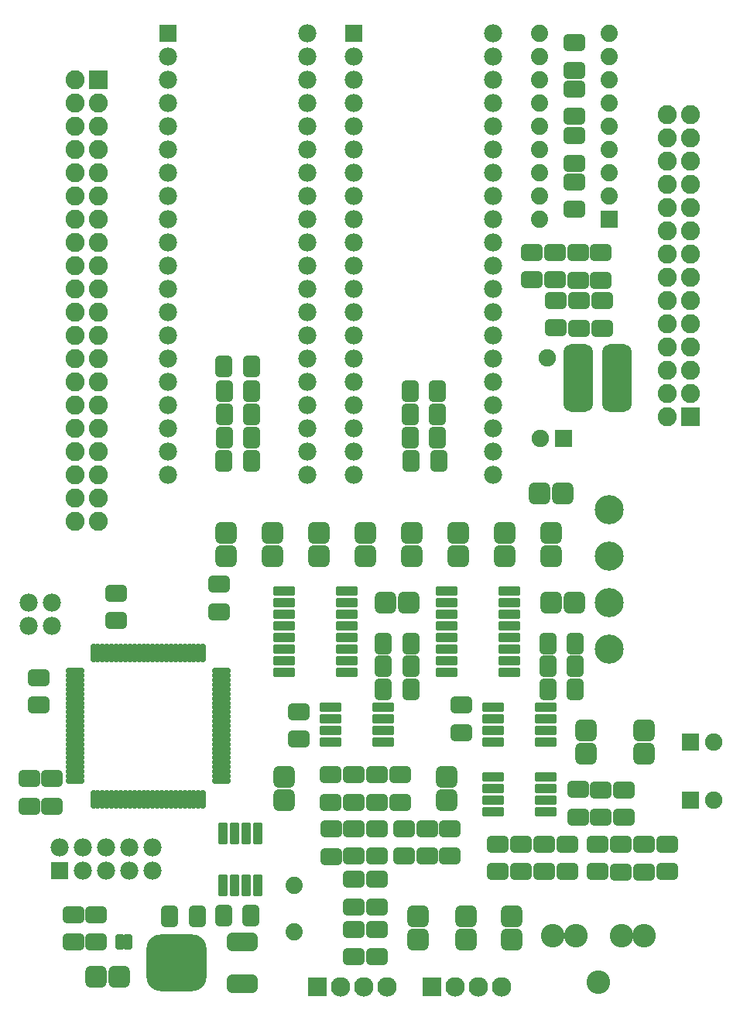
<source format=gts>
G04*
G04  File:            TURBOFMPRO.GTS, Sat May 04 09:19:13 2019*
G04  Source:          P-CAD 2006 PCB, Version 19.02.958, (Z:\home\lvd\d\turbofmpro\pcad\TurboFMpro.pcb)*
G04  Format:          Gerber Format (RS-274-D), ASCII*
G04*
G04  Format Options:  Absolute Positioning*
G04                   Leading-Zero Suppression*
G04                   Scale Factor 1:1*
G04                   NO Circular Interpolation*
G04                   Millimeter Units*
G04                   Numeric Format: 4.4 (XXXX.XXXX)*
G04                   G54 NOT Used for Aperture Change*
G04                   Apertures Embedded*
G04*
G04  File Options:    Offset = (0.000mm,0.000mm)*
G04                   Drill Symbol Size = 2.032mm*
G04                   No Pad/Via Holes*
G04*
G04  File Contents:   Pads*
G04                   No Vias*
G04                   No Designators*
G04                   No Types*
G04                   No Values*
G04                   No Drill Symbols*
G04                   Top Mask*
G04*
%INTURBOFMPRO.GTS*%
%ICAS*%
%MOMM*%
G04*
G04  Aperture MACROs for general use --- invoked via D-code assignment *
G04*
G04  General MACRO for flashed round with rotation and/or offset hole *
%AMROTOFFROUND*
1,1,$1,0.0000,0.0000*
1,0,$2,$3,$4*%
G04*
G04  General MACRO for flashed oval (obround) with rotation and/or offset hole *
%AMROTOFFOVAL*
21,1,$1,$2,0.0000,0.0000,$3*
1,1,$4,$5,$6*
1,1,$4,0-$5,0-$6*
1,0,$7,$8,$9*%
G04*
G04  General MACRO for flashed oval (obround) with rotation and no hole *
%AMROTOVALNOHOLE*
21,1,$1,$2,0.0000,0.0000,$3*
1,1,$4,$5,$6*
1,1,$4,0-$5,0-$6*%
G04*
G04  General MACRO for flashed rectangle with rotation and/or offset hole *
%AMROTOFFRECT*
21,1,$1,$2,0.0000,0.0000,$3*
1,0,$4,$5,$6*%
G04*
G04  General MACRO for flashed rectangle with rotation and no hole *
%AMROTRECTNOHOLE*
21,1,$1,$2,0.0000,0.0000,$3*%
G04*
G04  General MACRO for flashed rounded-rectangle *
%AMROUNDRECT*
21,1,$1,$2-$4,0.0000,0.0000,$3*
21,1,$1-$4,$2,0.0000,0.0000,$3*
1,1,$4,$5,$6*
1,1,$4,$7,$8*
1,1,$4,0-$5,0-$6*
1,1,$4,0-$7,0-$8*
1,0,$9,$10,$11*%
G04*
G04  General MACRO for flashed rounded-rectangle with rotation and no hole *
%AMROUNDRECTNOHOLE*
21,1,$1,$2-$4,0.0000,0.0000,$3*
21,1,$1-$4,$2,0.0000,0.0000,$3*
1,1,$4,$5,$6*
1,1,$4,$7,$8*
1,1,$4,0-$5,0-$6*
1,1,$4,0-$7,0-$8*%
G04*
G04  General MACRO for flashed regular polygon *
%AMREGPOLY*
5,1,$1,0.0000,0.0000,$2,$3+$4*
1,0,$5,$6,$7*%
G04*
G04  General MACRO for flashed regular polygon with no hole *
%AMREGPOLYNOHOLE*
5,1,$1,0.0000,0.0000,$2,$3+$4*%
G04*
G04  General MACRO for target *
%AMTARGET*
6,0,0,$1,$2,$3,4,$4,$5,$6*%
G04*
G04  General MACRO for mounting hole *
%AMMTHOLE*
1,1,$1,0,0*
1,0,$2,0,0*
$1=$1-$2*
$1=$1/2*
21,1,$2+$1,$3,0,0,$4*
21,1,$3,$2+$1,0,0,$4*%
G04*
G04*
G04  D10 : "Ellipse X0.254mm Y0.254mm H0.000mm 0.0deg (0.000mm,0.000mm) Draw"*
G04  Disc: OuterDia=0.2540*
%ADD10C, 0.2540*%
G04  D11 : "Ellipse X0.381mm Y0.381mm H0.000mm 0.0deg (0.000mm,0.000mm) Draw"*
G04  Disc: OuterDia=0.3810*
%ADD11C, 0.3810*%
G04  D12 : "Ellipse X0.500mm Y0.500mm H0.000mm 0.0deg (0.000mm,0.000mm) Draw"*
G04  Disc: OuterDia=0.5000*
%ADD12C, 0.5000*%
G04  D13 : "Ellipse X0.100mm Y0.100mm H0.000mm 0.0deg (0.000mm,0.000mm) Draw"*
G04  Disc: OuterDia=0.1000*
%ADD13C, 0.1000*%
G04  D14 : "Ellipse X1.000mm Y1.000mm H0.000mm 0.0deg (0.000mm,0.000mm) Draw"*
G04  Disc: OuterDia=1.0000*
%ADD14C, 1.0000*%
G04  D15 : "Ellipse X0.127mm Y0.127mm H0.000mm 0.0deg (0.000mm,0.000mm) Draw"*
G04  Disc: OuterDia=0.1270*
%ADD15C, 0.1270*%
G04  D16 : "Ellipse X0.150mm Y0.150mm H0.000mm 0.0deg (0.000mm,0.000mm) Draw"*
G04  Disc: OuterDia=0.1500*
%ADD16C, 0.1500*%
G04  D17 : "Ellipse X0.200mm Y0.200mm H0.000mm 0.0deg (0.000mm,0.000mm) Draw"*
G04  Disc: OuterDia=0.2000*
%ADD17C, 0.2000*%
G04  D18 : "Ellipse X0.250mm Y0.250mm H0.000mm 0.0deg (0.000mm,0.000mm) Draw"*
G04  Disc: OuterDia=0.2500*
%ADD18C, 0.2500*%
G04  D19 : "Ellipse X2.581mm Y2.581mm H0.000mm 0.0deg (0.000mm,0.000mm) Flash"*
G04  Disc: OuterDia=2.5810*
%ADD19C, 2.5810*%
G04  D20 : "Ellipse X2.800mm Y2.800mm H0.000mm 0.0deg (0.000mm,0.000mm) Flash"*
G04  Disc: OuterDia=2.8000*
%ADD20C, 2.8000*%
G04  D21 : "Ellipse X3.181mm Y3.181mm H0.000mm 0.0deg (0.000mm,0.000mm) Flash"*
G04  Disc: OuterDia=3.1810*
%ADD21C, 3.1810*%
G04  D22 : "Ellipse X1.500mm Y1.500mm H0.000mm 0.0deg (0.000mm,0.000mm) Flash"*
G04  Disc: OuterDia=1.5000*
%ADD22C, 1.5000*%
G04  D23 : "Ellipse X1.524mm Y1.524mm H0.000mm 0.0deg (0.000mm,0.000mm) Flash"*
G04  Disc: OuterDia=1.5240*
%ADD23C, 1.5240*%
G04  D24 : "Ellipse X1.600mm Y1.600mm H0.000mm 0.0deg (0.000mm,0.000mm) Flash"*
G04  Disc: OuterDia=1.6000*
%ADD24C, 1.6000*%
G04  D25 : "Ellipse X1.700mm Y1.700mm H0.000mm 0.0deg (0.000mm,0.000mm) Flash"*
G04  Disc: OuterDia=1.7000*
%ADD25C, 1.7000*%
G04  D26 : "Ellipse X1.750mm Y1.750mm H0.000mm 0.0deg (0.000mm,0.000mm) Flash"*
G04  Disc: OuterDia=1.7500*
%ADD26C, 1.7500*%
G04  D27 : "Ellipse X1.881mm Y1.881mm H0.000mm 0.0deg (0.000mm,0.000mm) Flash"*
G04  Disc: OuterDia=1.8810*
%ADD27C, 1.8810*%
G04  D28 : "Ellipse X1.905mm Y1.905mm H0.000mm 0.0deg (0.000mm,0.000mm) Flash"*
G04  Disc: OuterDia=1.9050*
%ADD28C, 1.9050*%
G04  D29 : "Ellipse X1.981mm Y1.981mm H0.000mm 0.0deg (0.000mm,0.000mm) Flash"*
G04  Disc: OuterDia=1.9810*
%ADD29C, 1.9810*%
G04  D30 : "Ellipse X2.081mm Y2.081mm H0.000mm 0.0deg (0.000mm,0.000mm) Flash"*
G04  Disc: OuterDia=2.0810*
%ADD30C, 2.0810*%
G04  D31 : "Ellipse X2.131mm Y2.131mm H0.000mm 0.0deg (0.000mm,0.000mm) Flash"*
G04  Disc: OuterDia=2.1310*
%ADD31C, 2.1310*%
G04  D32 : "Ellipse X2.200mm Y2.200mm H0.000mm 0.0deg (0.000mm,0.000mm) Flash"*
G04  Disc: OuterDia=2.2000*
%ADD32C, 2.2000*%
G04  D33 : "Rounded Rectangle X2.800mm Y7.000mm H0.000mm 0.0deg (0.000mm,0.000mm) Flash"*
G04  RoundRct: DimX=2.8000, DimY=7.0000, CornerRad=0.7000, Rotation=0.0, OffsetX=0.0000, OffsetY=0.0000, HoleDia=0.0000 *
%ADD33ROUNDRECTNOHOLE, 2.8000 X7.0000 X0.0 X1.4000 X-0.7000 X-2.8000 X-0.7000 X2.8000*%
G04  D34 : "Rounded Rectangle X3.000mm Y1.600mm H0.000mm 0.0deg (0.000mm,0.000mm) Flash"*
G04  RoundRct: DimX=3.0000, DimY=1.6000, CornerRad=0.4000, Rotation=0.0, OffsetX=0.0000, OffsetY=0.0000, HoleDia=0.0000 *
%ADD34ROUNDRECTNOHOLE, 3.0000 X1.6000 X0.0 X0.8000 X-1.1000 X-0.4000 X-1.1000 X0.4000*%
G04  D35 : "Rounded Rectangle X3.181mm Y7.381mm H0.000mm 0.0deg (0.000mm,0.000mm) Flash"*
G04  RoundRct: DimX=3.1810, DimY=7.3810, CornerRad=0.7953, Rotation=0.0, OffsetX=0.0000, OffsetY=0.0000, HoleDia=0.0000 *
%ADD35ROUNDRECTNOHOLE, 3.1810 X7.3810 X0.0 X1.5905 X-0.7953 X-2.8952 X-0.7953 X2.8952*%
G04  D36 : "Rounded Rectangle X3.381mm Y1.981mm H0.000mm 0.0deg (0.000mm,0.000mm) Flash"*
G04  RoundRct: DimX=3.3810, DimY=1.9810, CornerRad=0.4953, Rotation=0.0, OffsetX=0.0000, OffsetY=0.0000, HoleDia=0.0000 *
%ADD36ROUNDRECTNOHOLE, 3.3810 X1.9810 X0.0 X0.9905 X-1.1953 X-0.4953 X-1.1953 X0.4953*%
G04  D37 : "Rounded Rectangle X6.200mm Y5.800mm H0.000mm 0.0deg (0.000mm,0.000mm) Flash"*
G04  RoundRct: DimX=6.2000, DimY=5.8000, CornerRad=1.4500, Rotation=0.0, OffsetX=0.0000, OffsetY=0.0000, HoleDia=0.0000 *
%ADD37ROUNDRECTNOHOLE, 6.2000 X5.8000 X0.0 X2.9000 X-1.6500 X-1.4500 X-1.6500 X1.4500*%
G04  D38 : "Rounded Rectangle X6.581mm Y6.181mm H0.000mm 0.0deg (0.000mm,0.000mm) Flash"*
G04  RoundRct: DimX=6.5810, DimY=6.1810, CornerRad=1.5453, Rotation=0.0, OffsetX=0.0000, OffsetY=0.0000, HoleDia=0.0000 *
%ADD38ROUNDRECTNOHOLE, 6.5810 X6.1810 X0.0 X3.0905 X-1.7453 X-1.5453 X-1.7453 X1.5453*%
G04  D39 : "Rounded Rectangle X0.635mm Y1.270mm H0.000mm 0.0deg (0.000mm,0.000mm) Flash"*
G04  RoundRct: DimX=0.6350, DimY=1.2700, CornerRad=0.1588, Rotation=0.0, OffsetX=0.0000, OffsetY=0.0000, HoleDia=0.0000 *
%ADD39ROUNDRECTNOHOLE, 0.6350 X1.2700 X0.0 X0.3175 X-0.1588 X-0.4763 X-0.1588 X0.4763*%
G04  D40 : "Rounded Rectangle X1.500mm Y2.000mm H0.000mm 0.0deg (0.000mm,0.000mm) Flash"*
G04  RoundRct: DimX=1.5000, DimY=2.0000, CornerRad=0.3750, Rotation=0.0, OffsetX=0.0000, OffsetY=0.0000, HoleDia=0.0000 *
%ADD40ROUNDRECTNOHOLE, 1.5000 X2.0000 X0.0 X0.7500 X-0.3750 X-0.6250 X-0.3750 X0.6250*%
G04  D41 : "Rounded Rectangle X2.000mm Y1.500mm H0.000mm 0.0deg (0.000mm,0.000mm) Flash"*
G04  RoundRct: DimX=2.0000, DimY=1.5000, CornerRad=0.3750, Rotation=0.0, OffsetX=0.0000, OffsetY=0.0000, HoleDia=0.0000 *
%ADD41ROUNDRECTNOHOLE, 2.0000 X1.5000 X0.0 X0.7500 X-0.6250 X-0.3750 X-0.6250 X0.3750*%
G04  D42 : "Rounded Rectangle X1.600mm Y0.300mm H0.000mm 0.0deg (0.000mm,0.000mm) Flash"*
G04  RoundRct: DimX=1.6000, DimY=0.3000, CornerRad=0.0750, Rotation=0.0, OffsetX=0.0000, OffsetY=0.0000, HoleDia=0.0000 *
%ADD42ROUNDRECTNOHOLE, 1.6000 X0.3000 X0.0 X0.1500 X-0.7250 X-0.0750 X-0.7250 X0.0750*%
G04  D43 : "Rounded Rectangle X0.300mm Y1.600mm H0.000mm 0.0deg (0.000mm,0.000mm) Flash"*
G04  RoundRct: DimX=0.3000, DimY=1.6000, CornerRad=0.0750, Rotation=0.0, OffsetX=0.0000, OffsetY=0.0000, HoleDia=0.0000 *
%ADD43ROUNDRECTNOHOLE, 0.3000 X1.6000 X0.0 X0.1500 X-0.0750 X-0.7250 X-0.0750 X0.7250*%
G04  D44 : "Rounded Rectangle X1.016mm Y1.651mm H0.000mm 0.0deg (0.000mm,0.000mm) Flash"*
G04  RoundRct: DimX=1.0160, DimY=1.6510, CornerRad=0.2540, Rotation=0.0, OffsetX=0.0000, OffsetY=0.0000, HoleDia=0.0000 *
%ADD44ROUNDRECTNOHOLE, 1.0160 X1.6510 X0.0 X0.5080 X-0.2540 X-0.5715 X-0.2540 X0.5715*%
G04  D45 : "Rounded Rectangle X1.881mm Y2.381mm H0.000mm 0.0deg (0.000mm,0.000mm) Flash"*
G04  RoundRct: DimX=1.8810, DimY=2.3810, CornerRad=0.4703, Rotation=0.0, OffsetX=0.0000, OffsetY=0.0000, HoleDia=0.0000 *
%ADD45ROUNDRECTNOHOLE, 1.8810 X2.3810 X0.0 X0.9405 X-0.4703 X-0.7203 X-0.4703 X0.7203*%
G04  D46 : "Rounded Rectangle X2.381mm Y1.881mm H0.000mm 0.0deg (0.000mm,0.000mm) Flash"*
G04  RoundRct: DimX=2.3810, DimY=1.8810, CornerRad=0.4703, Rotation=0.0, OffsetX=0.0000, OffsetY=0.0000, HoleDia=0.0000 *
%ADD46ROUNDRECTNOHOLE, 2.3810 X1.8810 X0.0 X0.9405 X-0.7203 X-0.4703 X-0.7203 X0.4703*%
G04  D47 : "Rounded Rectangle X1.981mm Y0.681mm H0.000mm 0.0deg (0.000mm,0.000mm) Flash"*
G04  RoundRct: DimX=1.9810, DimY=0.6810, CornerRad=0.1703, Rotation=0.0, OffsetX=0.0000, OffsetY=0.0000, HoleDia=0.0000 *
%ADD47ROUNDRECTNOHOLE, 1.9810 X0.6810 X0.0 X0.3405 X-0.8203 X-0.1703 X-0.8203 X0.1703*%
G04  D48 : "Rounded Rectangle X0.681mm Y1.981mm H0.000mm 0.0deg (0.000mm,0.000mm) Flash"*
G04  RoundRct: DimX=0.6810, DimY=1.9810, CornerRad=0.1703, Rotation=0.0, OffsetX=0.0000, OffsetY=0.0000, HoleDia=0.0000 *
%ADD48ROUNDRECTNOHOLE, 0.6810 X1.9810 X0.0 X0.3405 X-0.1703 X-0.8203 X-0.1703 X0.8203*%
G04  D49 : "Rounded Rectangle X2.000mm Y2.000mm H0.000mm 0.0deg (0.000mm,0.000mm) Flash"*
G04  RoundRct: DimX=2.0000, DimY=2.0000, CornerRad=0.5000, Rotation=0.0, OffsetX=0.0000, OffsetY=0.0000, HoleDia=0.0000 *
%ADD49ROUNDRECTNOHOLE, 2.0000 X2.0000 X0.0 X1.0000 X-0.5000 X-0.5000 X-0.5000 X0.5000*%
G04  D50 : "Rounded Rectangle X2.032mm Y0.660mm H0.000mm 0.0deg (0.000mm,0.000mm) Flash"*
G04  RoundRct: DimX=2.0320, DimY=0.6604, CornerRad=0.1651, Rotation=0.0, OffsetX=0.0000, OffsetY=0.0000, HoleDia=0.0000 *
%ADD50ROUNDRECTNOHOLE, 2.0320 X0.6604 X0.0 X0.3302 X-0.8509 X-0.1651 X-0.8509 X0.1651*%
G04  D51 : "Rounded Rectangle X0.660mm Y2.032mm H0.000mm 0.0deg (0.000mm,0.000mm) Flash"*
G04  RoundRct: DimX=0.6604, DimY=2.0320, CornerRad=0.1651, Rotation=0.0, OffsetX=0.0000, OffsetY=0.0000, HoleDia=0.0000 *
%ADD51ROUNDRECTNOHOLE, 0.6604 X2.0320 X0.0 X0.3302 X-0.1651 X-0.8509 X-0.1651 X0.8509*%
G04  D52 : "Rounded Rectangle X2.381mm Y2.381mm H0.000mm 0.0deg (0.000mm,0.000mm) Flash"*
G04  RoundRct: DimX=2.3810, DimY=2.3810, CornerRad=0.5953, Rotation=0.0, OffsetX=0.0000, OffsetY=0.0000, HoleDia=0.0000 *
%ADD52ROUNDRECTNOHOLE, 2.3810 X2.3810 X0.0 X1.1905 X-0.5953 X-0.5953 X-0.5953 X0.5953*%
G04  D53 : "Rounded Rectangle X2.413mm Y1.041mm H0.000mm 0.0deg (0.000mm,0.000mm) Flash"*
G04  RoundRct: DimX=2.4130, DimY=1.0414, CornerRad=0.2604, Rotation=0.0, OffsetX=0.0000, OffsetY=0.0000, HoleDia=0.0000 *
%ADD53ROUNDRECTNOHOLE, 2.4130 X1.0414 X0.0 X0.5207 X-0.9462 X-0.2604 X-0.9462 X0.2604*%
G04  D54 : "Rounded Rectangle X1.041mm Y2.413mm H0.000mm 0.0deg (0.000mm,0.000mm) Flash"*
G04  RoundRct: DimX=1.0414, DimY=2.4130, CornerRad=0.2604, Rotation=0.0, OffsetX=0.0000, OffsetY=0.0000, HoleDia=0.0000 *
%ADD54ROUNDRECTNOHOLE, 1.0414 X2.4130 X0.0 X0.5207 X-0.2604 X-0.9462 X-0.2604 X0.9462*%
G04  D55 : "Rectangle X1.500mm Y1.500mm H0.000mm 0.0deg (0.000mm,0.000mm) Flash"*
G04  Square: Side=1.5000, Rotation=0.0, OffsetX=0.0000, OffsetY=0.0000, HoleDia=0.0000*
%ADD55R, 1.5000 X1.5000*%
G04  D56 : "Rectangle X1.524mm Y1.524mm H0.000mm 0.0deg (0.000mm,0.000mm) Flash"*
G04  Square: Side=1.5240, Rotation=0.0, OffsetX=0.0000, OffsetY=0.0000, HoleDia=0.0000*
%ADD56R, 1.5240 X1.5240*%
G04  D57 : "Rectangle X1.600mm Y1.600mm H0.000mm 0.0deg (0.000mm,0.000mm) Flash"*
G04  Square: Side=1.6000, Rotation=0.0, OffsetX=0.0000, OffsetY=0.0000, HoleDia=0.0000*
%ADD57R, 1.6000 X1.6000*%
G04  D58 : "Rectangle X1.700mm Y1.700mm H0.000mm 0.0deg (0.000mm,0.000mm) Flash"*
G04  Square: Side=1.7000, Rotation=0.0, OffsetX=0.0000, OffsetY=0.0000, HoleDia=0.0000*
%ADD58R, 1.7000 X1.7000*%
G04  D59 : "Rectangle X1.750mm Y1.750mm H0.000mm 0.0deg (0.000mm,0.000mm) Flash"*
G04  Square: Side=1.7500, Rotation=0.0, OffsetX=0.0000, OffsetY=0.0000, HoleDia=0.0000*
%ADD59R, 1.7500 X1.7500*%
G04  D60 : "Rectangle X1.881mm Y1.881mm H0.000mm 0.0deg (0.000mm,0.000mm) Flash"*
G04  Square: Side=1.8810, Rotation=0.0, OffsetX=0.0000, OffsetY=0.0000, HoleDia=0.0000*
%ADD60R, 1.8810 X1.8810*%
G04  D61 : "Rectangle X1.905mm Y1.905mm H0.000mm 0.0deg (0.000mm,0.000mm) Flash"*
G04  Square: Side=1.9050, Rotation=0.0, OffsetX=0.0000, OffsetY=0.0000, HoleDia=0.0000*
%ADD61R, 1.9050 X1.9050*%
G04  D62 : "Rectangle X1.981mm Y1.981mm H0.000mm 0.0deg (0.000mm,0.000mm) Flash"*
G04  Square: Side=1.9810, Rotation=0.0, OffsetX=0.0000, OffsetY=0.0000, HoleDia=0.0000*
%ADD62R, 1.9810 X1.9810*%
G04  D63 : "Rectangle X2.081mm Y2.081mm H0.000mm 0.0deg (0.000mm,0.000mm) Flash"*
G04  Square: Side=2.0810, Rotation=0.0, OffsetX=0.0000, OffsetY=0.0000, HoleDia=0.0000*
%ADD63R, 2.0810 X2.0810*%
G04  D64 : "Rectangle X2.131mm Y2.131mm H0.000mm 0.0deg (0.000mm,0.000mm) Flash"*
G04  Square: Side=2.1310, Rotation=0.0, OffsetX=0.0000, OffsetY=0.0000, HoleDia=0.0000*
%ADD64R, 2.1310 X2.1310*%
G04  D65 : "Ellipse X2.900mm Y2.900mm H0.000mm 0.0deg (0.000mm,0.000mm) Flash"*
G04  Disc: OuterDia=2.9000*
%ADD65C, 2.9000*%
G04  D66 : "Ellipse X3.281mm Y3.281mm H0.000mm 0.0deg (0.000mm,0.000mm) Flash"*
G04  Disc: OuterDia=3.2810*
%ADD66C, 3.2810*%
G04  D67 : "Ellipse X4.500mm Y4.500mm H0.000mm 0.0deg (0.000mm,0.000mm) Flash"*
G04  Disc: OuterDia=4.5000*
%ADD67C, 4.5000*%
G04  D68 : "Ellipse X4.881mm Y4.881mm H0.000mm 0.0deg (0.000mm,0.000mm) Flash"*
G04  Disc: OuterDia=4.8810*
%ADD68C, 4.8810*%
G04  D69 : "Ellipse X1.016mm Y1.016mm H0.000mm 0.0deg (0.000mm,0.000mm) Flash"*
G04  Disc: OuterDia=1.0160*
%ADD69C, 1.0160*%
G04  D70 : "Ellipse X1.397mm Y1.397mm H0.000mm 0.0deg (0.000mm,0.000mm) Flash"*
G04  Disc: OuterDia=1.3970*
%ADD70C, 1.3970*%
G04*
%FSLAX44Y44*%
%SFA1B1*%
%OFA0.000B0.000*%
G04*
G71*
G90*
G01*
D2*
%LNTop Mask*%
D52*
X2400300Y1181100D3*
Y1155700D3*
D46*
X2565000Y772260D3*
Y802260D3*
X2540000Y772260D3*
Y802260D3*
D52*
X2552700Y1181100D3*
Y1155700D3*
D45*
X2631440Y1335600D3*
X2601440D3*
X2631440Y1310200D3*
X2601440D3*
D52*
X2755900Y1104900D3*
X2781300D3*
D46*
X2785000Y1457260D3*
Y1487260D3*
X2760000Y1487740D3*
Y1457740D3*
X2781300Y1564640D3*
Y1534640D3*
Y1666240D3*
Y1636240D3*
Y1686560D3*
Y1716560D3*
D52*
X2857500Y965200D3*
Y939800D3*
D46*
X2185000Y882260D3*
Y912260D3*
X2195000Y1022740D3*
Y992740D3*
X2258000Y733760D3*
Y763760D3*
D45*
X2397260Y762500D3*
X2427260D3*
D52*
X2463800Y914400D3*
Y889000D3*
D27*
X2475000Y795800D3*
Y745000D3*
D46*
X2540000Y886460D3*
Y916460D3*
X2565400Y886460D3*
Y916460D3*
X2540000Y857740D3*
Y827740D3*
X2565000Y857740D3*
Y827740D3*
D52*
X2610000Y761700D3*
Y736300D3*
D46*
X2620000Y857740D3*
Y827740D3*
D45*
X2631440Y1284800D3*
X2601440D3*
D46*
X2697400Y840740D3*
Y810740D3*
X2722800Y840740D3*
Y810740D3*
D52*
X2705100Y1181100D3*
Y1155700D3*
D46*
X2773600Y840740D3*
Y810740D3*
X2785000Y900240D3*
Y870240D3*
D52*
X2755900Y1181100D3*
Y1155700D3*
D46*
X2781300Y1584960D3*
Y1614960D3*
X2832100Y810260D3*
Y840260D3*
X2857500Y810260D3*
Y840260D3*
X2835000Y869760D3*
Y899760D3*
X2480000Y985240D3*
Y955240D3*
D52*
X2794000Y965200D3*
Y939800D3*
D44*
X2284110Y734000D3*
X2293000D3*
D46*
X2280000Y1084760D3*
Y1114760D3*
X2392500Y1094760D3*
Y1124760D3*
D52*
X2451100Y1181100D3*
Y1155700D3*
D45*
X2427740Y1260000D3*
X2397740D3*
X2428240Y1310200D3*
X2398240D3*
X2428240Y1335600D3*
X2398240D3*
D46*
X2540000Y747740D3*
Y717740D3*
X2565000Y747740D3*
Y717740D3*
D45*
X2572260Y1035000D3*
X2602260D3*
D52*
X2574800Y1105000D3*
X2600200D3*
X2501900Y1181100D3*
Y1155700D3*
X2603500Y1181100D3*
Y1155700D3*
X2654300Y1181100D3*
Y1155700D3*
D45*
X2632740Y1260000D3*
X2602740D3*
D46*
X2760500Y1434940D3*
Y1404940D3*
X2735000Y1487740D3*
Y1457740D3*
X2811300Y1404460D3*
Y1434460D3*
X2810000Y1457260D3*
Y1487260D3*
D36*
X2418080Y688340D3*
Y734060D3*
D38*
X2346280Y711200D3*
D46*
X2210000Y882260D3*
Y912260D3*
X2233000Y733760D3*
Y763760D3*
D52*
X2283700Y696000D3*
X2258300D3*
D45*
X2338760Y762000D3*
X2368760D3*
D54*
X2396900Y852500D3*
X2422300D3*
X2435000D3*
X2396900Y795350D3*
X2422300D3*
X2435000D3*
X2409600Y852500D3*
Y795350D3*
D45*
X2427740Y1362500D3*
X2397740D3*
X2428240Y1284800D3*
X2398240D3*
D53*
X2692400Y876300D3*
Y901700D3*
Y914400D3*
X2749550Y876300D3*
Y901700D3*
Y914400D3*
X2692400Y889000D3*
X2749550D3*
D64*
X2625000Y685000D3*
D31*
X2650400D3*
X2701200D3*
X2675800D3*
D64*
X2500000D3*
D31*
X2525400D3*
X2576200D3*
X2550800D3*
D46*
X2514600Y886460D3*
Y916460D3*
X2590800Y886460D3*
Y916460D3*
D52*
X2641600Y914400D3*
Y889000D3*
X2663000Y761700D3*
Y736300D3*
X2712200Y736600D3*
Y762000D3*
D46*
X2748200Y840740D3*
Y810740D3*
X2645000Y857740D3*
Y827740D3*
X2515000Y827260D3*
Y857260D3*
X2595000Y857740D3*
Y827740D3*
D53*
X2641600Y1041400D3*
Y1054100D3*
Y1028700D3*
Y1079500D3*
Y1117600D3*
Y1104900D3*
Y1092200D3*
X2710180Y1028700D3*
Y1054100D3*
Y1041400D3*
Y1092200D3*
Y1079500D3*
Y1104900D3*
Y1117600D3*
X2641600Y1066800D3*
X2710180D3*
D45*
X2572260Y1060000D3*
X2602260D3*
X2572260Y1010000D3*
X2602260D3*
D46*
X2657500Y992740D3*
Y962740D3*
D28*
X2933700Y889000D3*
D61*
X2908300D3*
D46*
X2806700Y840740D3*
Y810740D3*
X2882900Y840740D3*
Y810740D3*
X2810000Y869760D3*
Y899760D3*
D47*
X2395000Y990000D3*
Y995000D3*
Y1000000D3*
Y1005000D3*
Y1010000D3*
Y1015000D3*
Y1020000D3*
Y1025000D3*
Y1030000D3*
D48*
X2370000Y1050000D3*
X2375000D3*
D47*
X2395000Y915000D3*
Y920000D3*
Y925000D3*
Y930000D3*
Y935000D3*
Y940000D3*
Y945000D3*
Y950000D3*
Y955000D3*
Y960000D3*
Y965000D3*
Y970000D3*
Y975000D3*
Y980000D3*
D48*
X2370000Y890000D3*
X2375000D3*
X2295000Y1050000D3*
X2350000D3*
X2345000D3*
X2340000D3*
X2335000D3*
X2330000D3*
X2325000D3*
X2320000D3*
X2315000D3*
X2310000D3*
X2305000D3*
X2300000D3*
X2355000D3*
X2335000Y890000D3*
X2340000D3*
X2345000D3*
X2350000D3*
X2295000D3*
X2300000D3*
X2305000D3*
X2310000D3*
X2315000D3*
X2320000D3*
X2325000D3*
X2330000D3*
X2355000D3*
X2275000Y1050000D3*
X2270000D3*
X2265000D3*
X2260000D3*
X2255000D3*
X2280000D3*
D47*
X2235000Y1025000D3*
Y1020000D3*
Y1015000D3*
Y1010000D3*
Y1005000D3*
Y1000000D3*
Y995000D3*
Y990000D3*
Y1030000D3*
Y950000D3*
Y945000D3*
Y940000D3*
Y935000D3*
Y930000D3*
Y925000D3*
Y920000D3*
Y915000D3*
Y980000D3*
Y975000D3*
Y970000D3*
Y965000D3*
Y960000D3*
Y955000D3*
D48*
X2260000Y890000D3*
X2265000D3*
X2270000D3*
X2275000D3*
X2255000D3*
X2280000D3*
D47*
X2395000Y910000D3*
Y985000D3*
X2235000Y910000D3*
Y985000D3*
D48*
X2365000Y1050000D3*
X2290000D3*
X2285000D3*
X2360000D3*
X2365000Y890000D3*
X2290000D3*
X2360000D3*
X2285000D3*
D53*
X2692400Y952500D3*
Y977900D3*
Y990600D3*
X2749550Y952500D3*
Y977900D3*
Y990600D3*
X2692400Y965200D3*
X2749550D3*
X2514800Y952500D3*
Y977900D3*
Y990600D3*
X2571950Y952500D3*
Y977900D3*
Y990600D3*
X2514800Y965200D3*
X2571950D3*
D28*
X2933700Y952500D3*
D61*
X2908300D3*
D21*
X2819400Y1206500D3*
Y1104900D3*
Y1054100D3*
Y1155700D3*
D30*
X2260600Y1193800D3*
Y1270000D3*
Y1244600D3*
Y1346200D3*
Y1320800D3*
Y1422400D3*
Y1397000D3*
Y1498600D3*
Y1473200D3*
Y1574800D3*
Y1549400D3*
Y1651000D3*
Y1625600D3*
Y1447800D3*
Y1371600D3*
Y1295400D3*
Y1219200D3*
Y1600200D3*
Y1524000D3*
D63*
Y1676400D3*
D30*
X2235200Y1193800D3*
Y1244600D3*
Y1270000D3*
Y1320800D3*
Y1346200D3*
Y1397000D3*
Y1422400D3*
Y1473200D3*
Y1498600D3*
Y1574800D3*
Y1549400D3*
Y1651000D3*
Y1625600D3*
Y1219200D3*
Y1295400D3*
Y1371600D3*
Y1447800D3*
Y1524000D3*
Y1600200D3*
Y1676400D3*
D29*
X2540000Y1244600D3*
Y1320800D3*
Y1295400D3*
Y1397000D3*
Y1371600D3*
Y1473200D3*
Y1447800D3*
Y1549400D3*
Y1524000D3*
Y1625600D3*
Y1600200D3*
Y1676400D3*
Y1701800D3*
X2692400Y1244600D3*
Y1320800D3*
Y1295400D3*
Y1397000D3*
Y1371600D3*
Y1473200D3*
Y1447800D3*
Y1549400D3*
Y1524000D3*
Y1625600D3*
Y1600200D3*
Y1701800D3*
Y1676400D3*
X2540000Y1498600D3*
Y1422400D3*
Y1346200D3*
Y1270000D3*
D61*
Y1727200D3*
D29*
Y1651000D3*
Y1574800D3*
X2692400Y1498600D3*
Y1422400D3*
Y1346200D3*
Y1270000D3*
Y1727200D3*
Y1651000D3*
Y1574800D3*
D30*
X2882900Y1638300D3*
Y1562100D3*
Y1587500D3*
Y1485900D3*
Y1511300D3*
Y1435100D3*
Y1409700D3*
Y1358900D3*
Y1333500D3*
Y1612900D3*
Y1536700D3*
Y1460500D3*
Y1384300D3*
Y1308100D3*
X2908300Y1638300D3*
Y1562100D3*
Y1587500D3*
Y1485900D3*
Y1511300D3*
Y1409700D3*
Y1435100D3*
Y1333500D3*
Y1358900D3*
Y1612900D3*
Y1536700D3*
Y1460500D3*
Y1384300D3*
D63*
Y1308100D3*
D29*
X2184400Y1104900D3*
X2209800D3*
D45*
X2752260Y1035000D3*
X2782260D3*
X2752260Y1010000D3*
X2782260D3*
D62*
X2218000Y812000D3*
D29*
Y837400D3*
X2319600D3*
Y812000D3*
X2294200D3*
Y837400D3*
X2268800Y812000D3*
Y837400D3*
X2243400Y812000D3*
Y837400D3*
X2184400Y1079500D3*
X2209800D3*
D53*
X2463800Y1041400D3*
Y1054100D3*
Y1028700D3*
Y1079500D3*
Y1117600D3*
Y1104900D3*
Y1092200D3*
X2532380Y1028700D3*
Y1054100D3*
Y1041400D3*
Y1092200D3*
Y1079500D3*
Y1104900D3*
Y1117600D3*
X2463800Y1066800D3*
X2532380D3*
D52*
X2768700Y1224000D3*
X2743300D3*
D45*
X2752260Y1060000D3*
X2782260D3*
D28*
X2828000Y1372000D3*
X2751800D3*
D35*
X2827500Y1350500D3*
X2785500D3*
D46*
X2785900Y1404460D3*
Y1434460D3*
D28*
X2743600Y1284000D3*
D61*
X2769000D3*
D19*
X2857500Y740400D3*
X2832500D3*
X2782500D3*
X2757500D3*
X2807500Y690000D3*
D27*
X2819400Y1701800D3*
Y1727200D3*
X2743200D3*
Y1701800D3*
X2819400Y1625600D3*
Y1651000D3*
X2743200D3*
Y1625600D3*
X2819400Y1549400D3*
Y1574800D3*
X2743200D3*
Y1549400D3*
X2819400Y1600200D3*
Y1676400D3*
X2743200D3*
Y1600200D3*
Y1524000D3*
D60*
X2819400D3*
D29*
X2336800Y1244600D3*
Y1320800D3*
Y1295400D3*
Y1397000D3*
Y1371600D3*
Y1473200D3*
Y1447800D3*
Y1549400D3*
Y1524000D3*
Y1625600D3*
Y1600200D3*
Y1676400D3*
Y1701800D3*
X2489200Y1244600D3*
Y1320800D3*
Y1295400D3*
Y1397000D3*
Y1371600D3*
Y1473200D3*
Y1447800D3*
Y1549400D3*
Y1524000D3*
Y1625600D3*
Y1600200D3*
Y1701800D3*
Y1676400D3*
X2336800Y1498600D3*
Y1422400D3*
Y1346200D3*
Y1270000D3*
D61*
Y1727200D3*
D29*
Y1651000D3*
Y1574800D3*
X2489200Y1498600D3*
Y1422400D3*
Y1346200D3*
Y1270000D3*
Y1727200D3*
Y1651000D3*
Y1574800D3*
D02M02*

</source>
